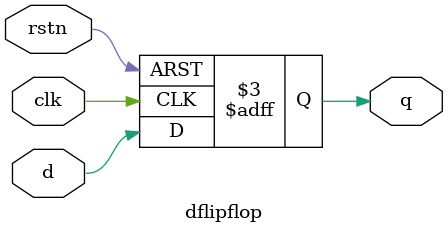
<source format=v>
module dflipflop(
    input d,
    input rstn,
    input clk,
    output reg q);
    always @ (posedge clk or negedge rstn)
       if (!rstn)
          q <= 0;
       else
          q <= d;
endmodule
</source>
